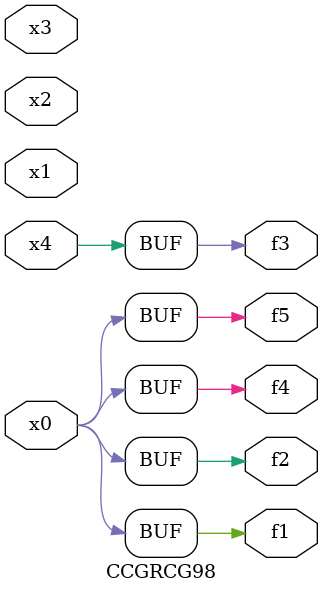
<source format=v>
module CCGRCG98(
	input x0, x1, x2, x3, x4,
	output f1, f2, f3, f4, f5
);
	assign f1 = x0;
	assign f2 = x0;
	assign f3 = x4;
	assign f4 = x0;
	assign f5 = x0;
endmodule

</source>
